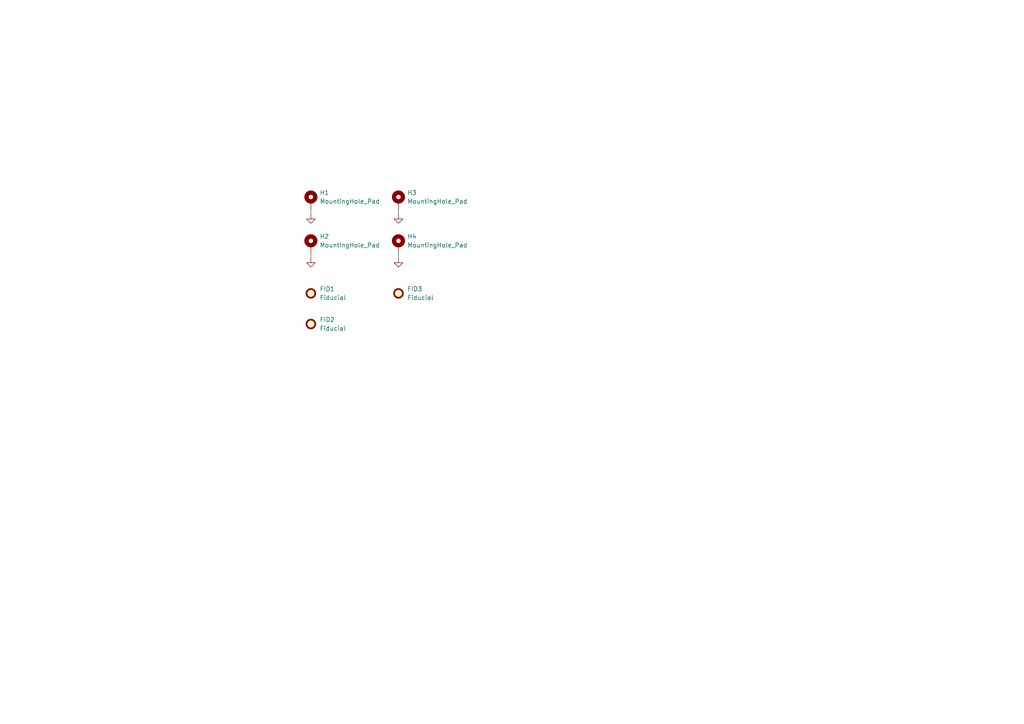
<source format=kicad_sch>
(kicad_sch (version 20230121) (generator eeschema)
  (paper "A4")
  (lib_symbols
    (symbol "Mechanical:Fiducial"
      (property "Reference" "FID" (at 0 5.08 0))
      (property "Value" "Fiducial" (at 0 3.175 0))
      (symbol "Fiducial_0_1"
        (circle (center 0 0) (radius 1.27) (stroke (width 0.508)) (fill (type background)))
      )
    )
    (symbol "Mechanical:MountingHole_Pad" (pin_numbers hide) (pin_names (offset 1.016) hide)
      (property "Reference" "H" (at 0 6.35 0))
      (property "Value" "MountingHole_Pad" (at 0 4.445 0))
      (symbol "MountingHole_Pad_0_1"
        (circle (center 0 1.27) (radius 1.27) (stroke (width 1.27)))
      )
      (symbol "MountingHole_Pad_1_1"
        (pin input line (at 0 -2.54 90) (length 2.54) (name "1") (number "1"))
      )
    )
    (symbol "power:GND" (power) (pin_names (offset 0))
      (property "Value" "GND" (at 0 -3.81 0))
      (symbol "GND_0_1"
        (polyline (pts (xy 0 0) (xy 0 -1.27) (xy 1.27 -1.27) (xy 0 -2.54) (xy -1.27 -1.27) (xy 0 -1.27)))
      )
      (symbol "GND_1_1"
        (pin power_in line (at 0 0 270) (length 0) hide (name "GND") (number "1"))
      )
    )
  )
  (wire (pts (xy 115.57 73.66) (xy 115.57 74.93)))
  (wire (pts (xy 115.57 60.96) (xy 115.57 62.23)))
  (wire (pts (xy 90.17 73.66) (xy 90.17 74.93)))
  (wire (pts (xy 90.17 60.96) (xy 90.17 62.23)))
  (symbol (lib_id "Mechanical:MountingHole_Pad") (at 90.17 71.12 0) (unit 1) (in_bom no)
    (property "Reference" "H2" (at 92.71 68.58 0) (effects (justify left)))
    (property "Value" "MountingHole_Pad" (at 92.71 71.12 0) (effects (justify left)))
    (property "Footprint" "MountingHole:MountingHole_3.2mm_M3_DIN965_Pad" (effects hide))
  )
  (symbol (lib_id "Mechanical:Fiducial") (at 90.17 85.09 0) (unit 1)
    (property "Reference" "FID1" (at 92.71 83.82 0) (effects (justify left)))
    (property "Value" "Fiducial" (at 92.71 86.36 0) (effects (justify left)))
    (property "Footprint" "Fiducial:Fiducial_1mm_Mask2mm" (effects hide))
  )
  (symbol (lib_id "Mechanical:Fiducial") (at 90.17 93.98 0) (unit 1)
    (property "Reference" "FID2" (at 92.71 92.71 0) (effects (justify left)))
    (property "Value" "Fiducial" (at 92.71 95.25 0) (effects (justify left)))
    (property "Footprint" "Fiducial:Fiducial_1mm_Mask2mm" (effects hide))
  )
  (symbol (lib_id "Mechanical:Fiducial") (at 115.57 85.09 0) (unit 1)
    (property "Reference" "FID3" (at 118.11 83.82 0) (effects (justify left)))
    (property "Value" "Fiducial" (at 118.11 86.36 0) (effects (justify left)))
    (property "Footprint" "Fiducial:Fiducial_1mm_Mask2mm" (effects hide))
  )
  (symbol (lib_id "Mechanical:MountingHole_Pad") (at 115.57 58.42 0) (unit 1) (in_bom no)
    (property "Reference" "H3" (at 118.11 55.88 0) (effects (justify left)))
    (property "Value" "MountingHole_Pad" (at 118.11 58.42 0) (effects (justify left)))
    (property "Footprint" "MountingHole:MountingHole_3.2mm_M3_DIN965_Pad" (effects hide))
  )
  (symbol (lib_id "power:GND") (at 90.17 62.23 0) (unit 1)
    (property "Reference" "#PWR077" (effects hide))
    (property "Value" "GND" (effects hide))
  )
  (symbol (lib_id "Mechanical:MountingHole_Pad") (at 115.57 71.12 0) (unit 1) (in_bom no)
    (property "Reference" "H4" (at 118.11 68.58 0) (effects (justify left)))
    (property "Value" "MountingHole_Pad" (at 118.11 71.12 0) (effects (justify left)))
    (property "Footprint" "MountingHole:MountingHole_3.2mm_M3_DIN965_Pad" (effects hide))
  )
  (symbol (lib_id "power:GND") (at 115.57 62.23 0) (unit 1)
    (property "Reference" "#PWR079" (effects hide))
    (property "Value" "GND" (effects hide))
  )
  (symbol (lib_id "Mechanical:MountingHole_Pad") (at 90.17 58.42 0) (unit 1) (in_bom no)
    (property "Reference" "H1" (at 92.71 55.88 0) (effects (justify left)))
    (property "Value" "MountingHole_Pad" (at 92.71 58.42 0) (effects (justify left)))
    (property "Footprint" "MountingHole:MountingHole_3.2mm_M3_DIN965_Pad" (effects hide))
  )
  (symbol (lib_id "power:GND") (at 115.57 74.93 0) (unit 1)
    (property "Reference" "#PWR080" (effects hide))
    (property "Value" "GND" (effects hide))
  )
  (symbol (lib_id "power:GND") (at 90.17 74.93 0) (unit 1)
    (property "Reference" "#PWR078" (effects hide))
    (property "Value" "GND" (effects hide))
  )
)
</source>
